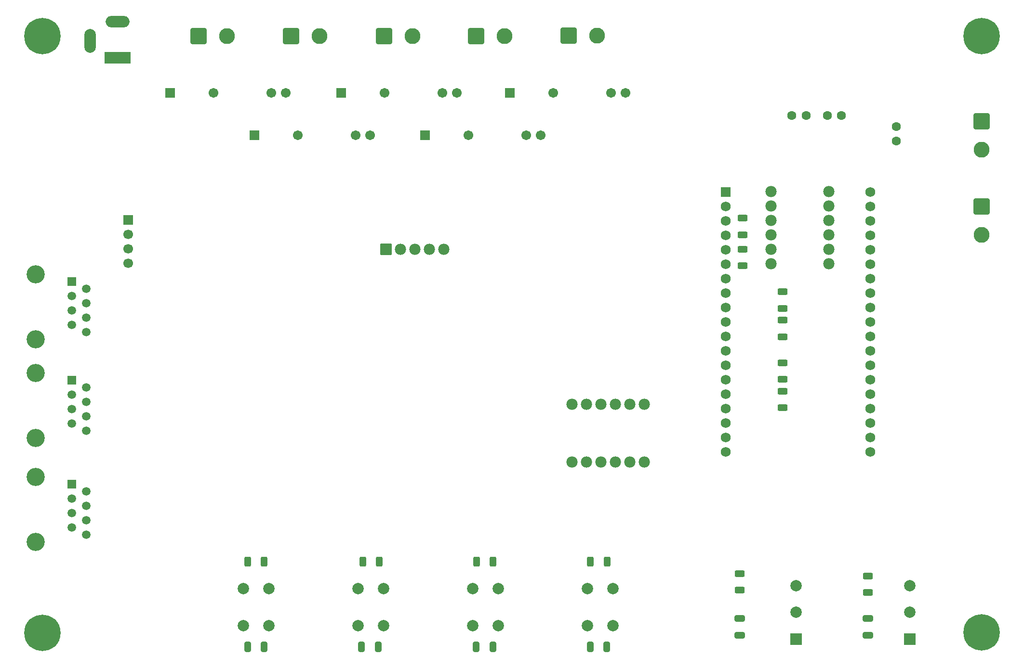
<source format=gbr>
%TF.GenerationSoftware,KiCad,Pcbnew,9.0.4*%
%TF.CreationDate,2025-10-29T20:46:00+01:00*%
%TF.ProjectId,Sterownik_Podlewania V1.1,53746572-6f77-46e6-996b-5f506f646c65,rev?*%
%TF.SameCoordinates,Original*%
%TF.FileFunction,Soldermask,Bot*%
%TF.FilePolarity,Negative*%
%FSLAX46Y46*%
G04 Gerber Fmt 4.6, Leading zero omitted, Abs format (unit mm)*
G04 Created by KiCad (PCBNEW 9.0.4) date 2025-10-29 20:46:00*
%MOMM*%
%LPD*%
G01*
G04 APERTURE LIST*
G04 Aperture macros list*
%AMRoundRect*
0 Rectangle with rounded corners*
0 $1 Rounding radius*
0 $2 $3 $4 $5 $6 $7 $8 $9 X,Y pos of 4 corners*
0 Add a 4 corners polygon primitive as box body*
4,1,4,$2,$3,$4,$5,$6,$7,$8,$9,$2,$3,0*
0 Add four circle primitives for the rounded corners*
1,1,$1+$1,$2,$3*
1,1,$1+$1,$4,$5*
1,1,$1+$1,$6,$7*
1,1,$1+$1,$8,$9*
0 Add four rect primitives between the rounded corners*
20,1,$1+$1,$2,$3,$4,$5,0*
20,1,$1+$1,$4,$5,$6,$7,0*
20,1,$1+$1,$6,$7,$8,$9,0*
20,1,$1+$1,$8,$9,$2,$3,0*%
G04 Aperture macros list end*
%ADD10RoundRect,0.102000X-0.754000X-0.754000X0.754000X-0.754000X0.754000X0.754000X-0.754000X0.754000X0*%
%ADD11C,1.712000*%
%ADD12RoundRect,0.250001X-1.149999X-1.149999X1.149999X-1.149999X1.149999X1.149999X-1.149999X1.149999X0*%
%ADD13C,2.800000*%
%ADD14C,0.800000*%
%ADD15C,6.400000*%
%ADD16C,3.200000*%
%ADD17R,1.500000X1.500000*%
%ADD18C,1.500000*%
%ADD19RoundRect,0.102000X-0.765000X-0.765000X0.765000X-0.765000X0.765000X0.765000X-0.765000X0.765000X0*%
%ADD20C,1.734000*%
%ADD21R,2.000000X2.000000*%
%ADD22C,2.000000*%
%ADD23C,1.600000*%
%ADD24RoundRect,0.250001X-1.149999X1.149999X-1.149999X-1.149999X1.149999X-1.149999X1.149999X1.149999X0*%
%ADD25R,1.700000X1.700000*%
%ADD26C,1.700000*%
%ADD27R,4.600000X2.000000*%
%ADD28O,4.200000X2.000000*%
%ADD29O,2.000000X4.200000*%
%ADD30C,1.982000*%
%ADD31RoundRect,0.102000X-0.889000X-0.889000X0.889000X-0.889000X0.889000X0.889000X-0.889000X0.889000X0*%
%ADD32RoundRect,0.250000X0.625000X-0.312500X0.625000X0.312500X-0.625000X0.312500X-0.625000X-0.312500X0*%
%ADD33RoundRect,0.250000X-0.625000X0.312500X-0.625000X-0.312500X0.625000X-0.312500X0.625000X0.312500X0*%
%ADD34RoundRect,0.250000X0.312500X0.625000X-0.312500X0.625000X-0.312500X-0.625000X0.312500X-0.625000X0*%
%ADD35RoundRect,0.250000X0.325000X0.650000X-0.325000X0.650000X-0.325000X-0.650000X0.325000X-0.650000X0*%
%ADD36RoundRect,0.250000X-0.312500X-0.625000X0.312500X-0.625000X0.312500X0.625000X-0.312500X0.625000X0*%
%ADD37RoundRect,0.250000X-0.650000X0.325000X-0.650000X-0.325000X0.650000X-0.325000X0.650000X0.325000X0*%
G04 APERTURE END LIST*
D10*
%TO.C,U4*%
X122220000Y-57500000D03*
D11*
X129840000Y-57500000D03*
X140000000Y-57500000D03*
X142540000Y-57500000D03*
%TD*%
D12*
%TO.C,J3*%
X98650000Y-40000000D03*
D13*
X103650000Y-40000000D03*
%TD*%
D14*
%TO.C,REF\u002A\u002A*%
X52600000Y-40000000D03*
X53302944Y-38302944D03*
X53302944Y-41697056D03*
X55000000Y-37600000D03*
D15*
X55000000Y-40000000D03*
D14*
X55000000Y-42400000D03*
X56697056Y-38302944D03*
X56697056Y-41697056D03*
X57400000Y-40000000D03*
%TD*%
D16*
%TO.C,J8*%
X53750000Y-99287500D03*
X53750000Y-110717500D03*
D17*
X60100000Y-100557500D03*
D18*
X62640000Y-101827500D03*
X60100000Y-103097500D03*
X62640000Y-104367500D03*
X60100000Y-105637500D03*
X62640000Y-106907500D03*
X60100000Y-108177500D03*
X62640000Y-109447500D03*
%TD*%
D19*
%TO.C,U10*%
X175000000Y-67500000D03*
D20*
X175000000Y-70040000D03*
X175000000Y-72580000D03*
X175000000Y-75120000D03*
X175000000Y-77660000D03*
X175000000Y-80200000D03*
X175000000Y-82740000D03*
X175000000Y-85280000D03*
X175000000Y-87820000D03*
X175000000Y-90360000D03*
X175000000Y-92900000D03*
X175000000Y-95440000D03*
X175000000Y-97980000D03*
X175000000Y-100520000D03*
X175000000Y-103060000D03*
X175000000Y-105600000D03*
X175000000Y-108140000D03*
X175000000Y-110680000D03*
X175000000Y-113220000D03*
X200400000Y-113220000D03*
X200400000Y-110680000D03*
X200400000Y-108140000D03*
X200400000Y-105600000D03*
X200400000Y-103060000D03*
X200400000Y-100520000D03*
X200400000Y-97980000D03*
X200400000Y-95440000D03*
X200400000Y-92900000D03*
X200400000Y-90360000D03*
X200400000Y-87820000D03*
X200400000Y-85280000D03*
X200400000Y-82740000D03*
X200400000Y-80200000D03*
X200400000Y-77660000D03*
X200400000Y-75120000D03*
X200400000Y-72580000D03*
X200400000Y-70040000D03*
X200400000Y-67500000D03*
%TD*%
D21*
%TO.C,SW6*%
X207400000Y-146102500D03*
D22*
X207400000Y-141402500D03*
X207400000Y-136702500D03*
%TD*%
D12*
%TO.C,J4*%
X115000000Y-40000000D03*
D13*
X120000000Y-40000000D03*
%TD*%
D22*
%TO.C,SW1*%
X110416667Y-143750000D03*
X110416667Y-137250000D03*
X114916667Y-143750000D03*
X114916667Y-137250000D03*
%TD*%
D23*
%TO.C,C3*%
X205000000Y-58450000D03*
X205000000Y-55950000D03*
%TD*%
D12*
%TO.C,J2*%
X82400000Y-40000000D03*
D13*
X87400000Y-40000000D03*
%TD*%
D24*
%TO.C,J11*%
X220000000Y-70000000D03*
D13*
X220000000Y-75000000D03*
%TD*%
D25*
%TO.C,J12*%
X70000000Y-72370000D03*
D26*
X70000000Y-74910000D03*
X70000000Y-77450000D03*
X70000000Y-79990000D03*
%TD*%
D22*
%TO.C,SW4*%
X150750000Y-143750000D03*
X150750000Y-137250000D03*
X155250000Y-143750000D03*
X155250000Y-137250000D03*
%TD*%
D10*
%TO.C,U1*%
X77380000Y-50000000D03*
D11*
X85000000Y-50000000D03*
X95160000Y-50000000D03*
X97700000Y-50000000D03*
%TD*%
D27*
%TO.C,J1*%
X68150000Y-43800000D03*
D28*
X68150000Y-37500000D03*
D29*
X63350000Y-40900000D03*
%TD*%
D14*
%TO.C,REF\u002A\u002A*%
X217600000Y-40000000D03*
X218302944Y-38302944D03*
X218302944Y-41697056D03*
X220000000Y-37600000D03*
D15*
X220000000Y-40000000D03*
D14*
X220000000Y-42400000D03*
X221697056Y-38302944D03*
X221697056Y-41697056D03*
X222400000Y-40000000D03*
%TD*%
D21*
%TO.C,SW5*%
X187400000Y-146102500D03*
D22*
X187400000Y-141402500D03*
X187400000Y-136702500D03*
%TD*%
%TO.C,SW3*%
X130583333Y-143750000D03*
X130583333Y-137250000D03*
X135083333Y-143750000D03*
X135083333Y-137250000D03*
%TD*%
D14*
%TO.C,REF\u002A\u002A*%
X52600000Y-145000000D03*
X53302944Y-143302944D03*
X53302944Y-146697056D03*
X55000000Y-142600000D03*
D15*
X55000000Y-145000000D03*
D14*
X55000000Y-147400000D03*
X56697056Y-143302944D03*
X56697056Y-146697056D03*
X57400000Y-145000000D03*
%TD*%
D24*
%TO.C,J10*%
X220000000Y-55000000D03*
D13*
X220000000Y-60000000D03*
%TD*%
D12*
%TO.C,J5*%
X131150000Y-40000000D03*
D13*
X136150000Y-40000000D03*
%TD*%
D14*
%TO.C,REF\u002A\u002A*%
X217572056Y-144972056D03*
X218275000Y-143275000D03*
X218275000Y-146669112D03*
X219972056Y-142572056D03*
D15*
X219972056Y-144972056D03*
D14*
X219972056Y-147372056D03*
X221669112Y-143275000D03*
X221669112Y-146669112D03*
X222372056Y-144972056D03*
%TD*%
D10*
%TO.C,U3*%
X107500000Y-50000000D03*
D11*
X115120000Y-50000000D03*
X125280000Y-50000000D03*
X127820000Y-50000000D03*
%TD*%
D30*
%TO.C,U9*%
X150540000Y-115000000D03*
X153080000Y-115000000D03*
X155620000Y-115000000D03*
X158160000Y-115000000D03*
X150540000Y-104840000D03*
X153080000Y-104840000D03*
X155620000Y-104840000D03*
X158160000Y-104840000D03*
X160700000Y-115000000D03*
X160700000Y-104840000D03*
X148000000Y-104840000D03*
X148000000Y-115000000D03*
%TD*%
D10*
%TO.C,U2*%
X92220000Y-57500000D03*
D11*
X99840000Y-57500000D03*
X110000000Y-57500000D03*
X112540000Y-57500000D03*
%TD*%
D23*
%TO.C,C1*%
X189150000Y-54000000D03*
X186650000Y-54000000D03*
%TD*%
%TO.C,C2*%
X192850000Y-54000000D03*
X195350000Y-54000000D03*
%TD*%
D16*
%TO.C,J7*%
X53750000Y-81947500D03*
X53750000Y-93377500D03*
D17*
X60100000Y-83217500D03*
D18*
X62640000Y-84487500D03*
X60100000Y-85757500D03*
X62640000Y-87027500D03*
X60100000Y-88297500D03*
X62640000Y-89567500D03*
X60100000Y-90837500D03*
X62640000Y-92107500D03*
%TD*%
D16*
%TO.C,J9*%
X53750000Y-117545000D03*
X53750000Y-128975000D03*
D17*
X60100000Y-118815000D03*
D18*
X62640000Y-120085000D03*
X60100000Y-121355000D03*
X62640000Y-122625000D03*
X60100000Y-123895000D03*
X62640000Y-125165000D03*
X60100000Y-126435000D03*
X62640000Y-127705000D03*
%TD*%
D31*
%TO.C,U8*%
X115340000Y-77500000D03*
D30*
X117880000Y-77500000D03*
X120420000Y-77500000D03*
X122960000Y-77500000D03*
X125500000Y-77500000D03*
%TD*%
D12*
%TO.C,J6*%
X147400000Y-39967500D03*
D13*
X152400000Y-39967500D03*
%TD*%
D30*
%TO.C,U7*%
X193160000Y-77500000D03*
X193160000Y-74960000D03*
X193160000Y-72420000D03*
X193160000Y-69880000D03*
X183000000Y-77500000D03*
X183000000Y-74960000D03*
X183000000Y-72420000D03*
X183000000Y-69880000D03*
X193160000Y-67340000D03*
X183000000Y-67340000D03*
X183000000Y-80040000D03*
X193160000Y-80040000D03*
%TD*%
D10*
%TO.C,U5*%
X137105000Y-50000000D03*
D11*
X144725000Y-50000000D03*
X154885000Y-50000000D03*
X157425000Y-50000000D03*
%TD*%
D22*
%TO.C,SW2*%
X90250000Y-143750000D03*
X90250000Y-137250000D03*
X94750000Y-143750000D03*
X94750000Y-137250000D03*
%TD*%
D32*
%TO.C,R15*%
X185000000Y-105425000D03*
X185000000Y-102500000D03*
%TD*%
D33*
%TO.C,R10*%
X178000000Y-72075000D03*
X178000000Y-75000000D03*
%TD*%
D34*
%TO.C,R18*%
X154152500Y-132500000D03*
X151227500Y-132500000D03*
%TD*%
D35*
%TO.C,C9*%
X114000000Y-147500000D03*
X111050000Y-147500000D03*
%TD*%
D36*
%TO.C,R20*%
X111227500Y-132500000D03*
X114152500Y-132500000D03*
%TD*%
D37*
%TO.C,C6*%
X177500000Y-142500000D03*
X177500000Y-145450000D03*
%TD*%
D36*
%TO.C,R21*%
X91000000Y-132500000D03*
X93925000Y-132500000D03*
%TD*%
D33*
%TO.C,R16*%
X200000000Y-135000000D03*
X200000000Y-137925000D03*
%TD*%
D32*
%TO.C,R14*%
X185000000Y-100425000D03*
X185000000Y-97500000D03*
%TD*%
D35*
%TO.C,C8*%
X134145000Y-147500000D03*
X131195000Y-147500000D03*
%TD*%
D32*
%TO.C,R12*%
X185000000Y-87925000D03*
X185000000Y-85000000D03*
%TD*%
%TO.C,R11*%
X178000000Y-80425000D03*
X178000000Y-77500000D03*
%TD*%
D35*
%TO.C,C10*%
X93950000Y-147500000D03*
X91000000Y-147500000D03*
%TD*%
D33*
%TO.C,R13*%
X185000000Y-90000000D03*
X185000000Y-92925000D03*
%TD*%
D34*
%TO.C,R19*%
X134152500Y-132500000D03*
X131227500Y-132500000D03*
%TD*%
D37*
%TO.C,C5*%
X200000000Y-142500000D03*
X200000000Y-145450000D03*
%TD*%
D33*
%TO.C,R17*%
X177500000Y-134575000D03*
X177500000Y-137500000D03*
%TD*%
D35*
%TO.C,C7*%
X154145000Y-147500000D03*
X151195000Y-147500000D03*
%TD*%
M02*

</source>
